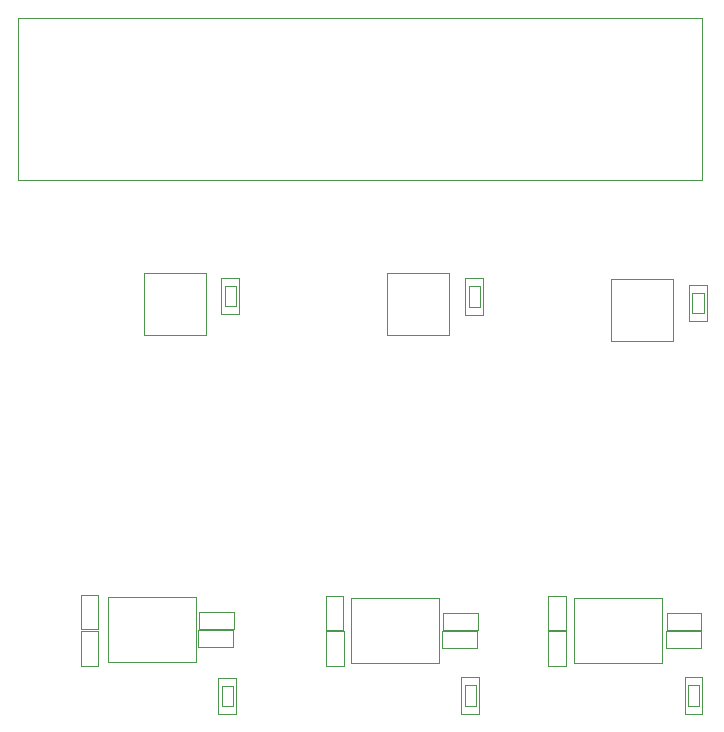
<source format=gbr>
G04 #@! TF.GenerationSoftware,KiCad,Pcbnew,(6.0.4-0)*
G04 #@! TF.CreationDate,2022-07-08T14:42:33+02:00*
G04 #@! TF.ProjectId,adapter_hybrid_assistor_hpc_3HDMI,61646170-7465-4725-9f68-79627269645f,rev?*
G04 #@! TF.SameCoordinates,Original*
G04 #@! TF.FileFunction,Other,User*
%FSLAX46Y46*%
G04 Gerber Fmt 4.6, Leading zero omitted, Abs format (unit mm)*
G04 Created by KiCad (PCBNEW (6.0.4-0)) date 2022-07-08 14:42:33*
%MOMM*%
%LPD*%
G01*
G04 APERTURE LIST*
%ADD10C,0.050000*%
%ADD11C,0.001000*%
G04 APERTURE END LIST*
D10*
X124240000Y-126730000D02*
X122740000Y-126730000D01*
D11*
X123965000Y-126055000D02*
X123015000Y-126055000D01*
D10*
X124240000Y-123630000D02*
X124240000Y-126730000D01*
D11*
X123015000Y-124305000D02*
X123965000Y-124305000D01*
X123015000Y-126055000D02*
X123015000Y-124305000D01*
D10*
X122740000Y-123630000D02*
X124240000Y-123630000D01*
X122740000Y-126730000D02*
X122740000Y-123630000D01*
D11*
X123965000Y-124305000D02*
X123965000Y-126055000D01*
D10*
X143390000Y-126750000D02*
X143390000Y-123650000D01*
D11*
X143665000Y-126075000D02*
X143665000Y-124325000D01*
D10*
X143390000Y-123650000D02*
X144890000Y-123650000D01*
D11*
X144615000Y-124325000D02*
X144615000Y-126075000D01*
D10*
X144890000Y-126750000D02*
X143390000Y-126750000D01*
D11*
X143665000Y-124325000D02*
X144615000Y-124325000D01*
X144615000Y-126075000D02*
X143665000Y-126075000D01*
D10*
X144890000Y-123650000D02*
X144890000Y-126750000D01*
X105480000Y-101605000D02*
X105480000Y-115305000D01*
X163410000Y-115305000D02*
X163410000Y-101605000D01*
X105480000Y-115305000D02*
X163410000Y-115305000D01*
X163410000Y-101605000D02*
X105480000Y-101605000D01*
X142045000Y-128435000D02*
X142045000Y-123185000D01*
X136795000Y-128435000D02*
X142045000Y-128435000D01*
X136795000Y-123185000D02*
X136795000Y-128435000D01*
X142045000Y-123185000D02*
X136795000Y-123185000D01*
X155745000Y-123695000D02*
X155745000Y-128945000D01*
X160995000Y-128945000D02*
X160995000Y-123695000D01*
X160995000Y-123695000D02*
X155745000Y-123695000D01*
X155745000Y-128945000D02*
X160995000Y-128945000D01*
X121415000Y-128435000D02*
X121415000Y-123185000D01*
X116165000Y-128435000D02*
X121415000Y-128435000D01*
X121415000Y-123185000D02*
X116165000Y-123185000D01*
X116165000Y-123185000D02*
X116165000Y-128435000D01*
X162340000Y-127310000D02*
X162340000Y-124210000D01*
D11*
X162615000Y-126635000D02*
X162615000Y-124885000D01*
D10*
X162340000Y-124210000D02*
X163840000Y-124210000D01*
X163840000Y-127310000D02*
X162340000Y-127310000D01*
X163840000Y-124210000D02*
X163840000Y-127310000D01*
D11*
X163565000Y-126635000D02*
X162615000Y-126635000D01*
X163565000Y-124885000D02*
X163565000Y-126635000D01*
X162615000Y-124885000D02*
X163565000Y-124885000D01*
X163175000Y-159885000D02*
X162225000Y-159885000D01*
D10*
X161950000Y-157460000D02*
X163450000Y-157460000D01*
X161950000Y-160560000D02*
X161950000Y-157460000D01*
X163450000Y-160560000D02*
X161950000Y-160560000D01*
D11*
X163175000Y-158135000D02*
X163175000Y-159885000D01*
X162225000Y-159885000D02*
X162225000Y-158135000D01*
D10*
X163450000Y-157460000D02*
X163450000Y-160560000D01*
D11*
X162225000Y-158135000D02*
X163175000Y-158135000D01*
D10*
X144435000Y-151990000D02*
X141475000Y-151990000D01*
X141475000Y-151990000D02*
X141475000Y-153450000D01*
X144435000Y-153450000D02*
X144435000Y-151990000D01*
X141475000Y-153450000D02*
X144435000Y-153450000D01*
X112330000Y-156505000D02*
X112330000Y-153545000D01*
X110870000Y-156505000D02*
X112330000Y-156505000D01*
X110870000Y-153545000D02*
X110870000Y-156505000D01*
X112330000Y-153545000D02*
X110870000Y-153545000D01*
X120604000Y-156190000D02*
X120604000Y-150690000D01*
X113154000Y-150690000D02*
X113154000Y-156190000D01*
X113154000Y-156190000D02*
X120604000Y-156190000D01*
X120604000Y-150690000D02*
X113154000Y-150690000D01*
X152635000Y-150740000D02*
X152635000Y-156240000D01*
X152635000Y-156240000D02*
X160085000Y-156240000D01*
X160085000Y-156240000D02*
X160085000Y-150740000D01*
X160085000Y-150740000D02*
X152635000Y-150740000D01*
X141195000Y-156240000D02*
X141195000Y-150740000D01*
X133745000Y-150740000D02*
X133745000Y-156240000D01*
X141195000Y-150740000D02*
X133745000Y-150740000D01*
X133745000Y-156240000D02*
X141195000Y-156240000D01*
X163385000Y-151990000D02*
X160425000Y-151990000D01*
X160425000Y-151990000D02*
X160425000Y-153450000D01*
X163385000Y-153450000D02*
X163385000Y-151990000D01*
X160425000Y-153450000D02*
X163385000Y-153450000D01*
X120805000Y-151920000D02*
X120805000Y-153380000D01*
X120805000Y-153380000D02*
X123765000Y-153380000D01*
X123765000Y-153380000D02*
X123765000Y-151920000D01*
X123765000Y-151920000D02*
X120805000Y-151920000D01*
X141455000Y-153540000D02*
X141455000Y-155000000D01*
X144415000Y-153540000D02*
X141455000Y-153540000D01*
X144415000Y-155000000D02*
X144415000Y-153540000D01*
X141455000Y-155000000D02*
X144415000Y-155000000D01*
X133080000Y-156525000D02*
X133080000Y-153565000D01*
X131620000Y-153565000D02*
X131620000Y-156525000D01*
X133080000Y-153565000D02*
X131620000Y-153565000D01*
X131620000Y-156525000D02*
X133080000Y-156525000D01*
D11*
X123705000Y-158155000D02*
X123705000Y-159905000D01*
D10*
X122480000Y-160580000D02*
X122480000Y-157480000D01*
D11*
X122755000Y-158155000D02*
X123705000Y-158155000D01*
X122755000Y-159905000D02*
X122755000Y-158155000D01*
D10*
X122480000Y-157480000D02*
X123980000Y-157480000D01*
X123980000Y-160580000D02*
X122480000Y-160580000D01*
X123980000Y-157480000D02*
X123980000Y-160580000D01*
D11*
X123705000Y-159905000D02*
X122755000Y-159905000D01*
D10*
X133060000Y-153485000D02*
X133060000Y-150525000D01*
X131600000Y-153485000D02*
X133060000Y-153485000D01*
X131600000Y-150525000D02*
X131600000Y-153485000D01*
X133060000Y-150525000D02*
X131600000Y-150525000D01*
X151880000Y-153565000D02*
X150420000Y-153565000D01*
X151880000Y-156525000D02*
X151880000Y-153565000D01*
X150420000Y-153565000D02*
X150420000Y-156525000D01*
X150420000Y-156525000D02*
X151880000Y-156525000D01*
X144550000Y-160560000D02*
X143050000Y-160560000D01*
D11*
X143325000Y-158135000D02*
X144275000Y-158135000D01*
X144275000Y-159885000D02*
X143325000Y-159885000D01*
D10*
X143050000Y-160560000D02*
X143050000Y-157460000D01*
X144550000Y-157460000D02*
X144550000Y-160560000D01*
X143050000Y-157460000D02*
X144550000Y-157460000D01*
D11*
X143325000Y-159885000D02*
X143325000Y-158135000D01*
X144275000Y-158135000D02*
X144275000Y-159885000D01*
D10*
X150430000Y-150525000D02*
X150430000Y-153485000D01*
X151890000Y-153485000D02*
X151890000Y-150525000D01*
X150430000Y-153485000D02*
X151890000Y-153485000D01*
X151890000Y-150525000D02*
X150430000Y-150525000D01*
X112320000Y-153400000D02*
X112320000Y-150440000D01*
X110860000Y-150440000D02*
X110860000Y-153400000D01*
X112320000Y-150440000D02*
X110860000Y-150440000D01*
X110860000Y-153400000D02*
X112320000Y-153400000D01*
X160405000Y-155000000D02*
X163365000Y-155000000D01*
X163365000Y-155000000D02*
X163365000Y-153540000D01*
X163365000Y-153540000D02*
X160405000Y-153540000D01*
X160405000Y-153540000D02*
X160405000Y-155000000D01*
X120800000Y-153460000D02*
X120800000Y-154920000D01*
X120800000Y-154920000D02*
X123760000Y-154920000D01*
X123760000Y-154920000D02*
X123760000Y-153460000D01*
X123760000Y-153460000D02*
X120800000Y-153460000D01*
M02*

</source>
